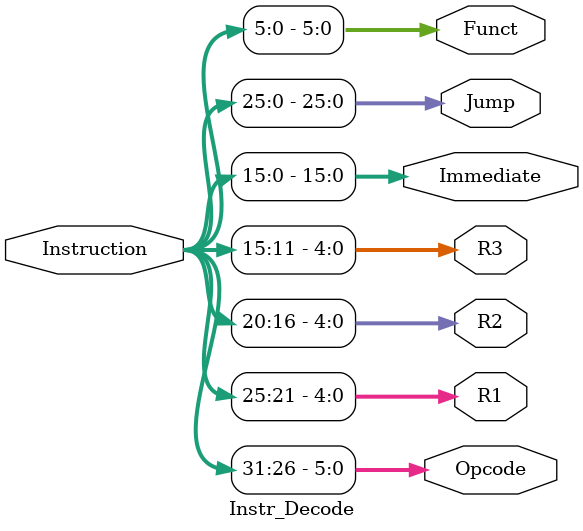
<source format=v>
module Instr_Decode(
	Instruction, Opcode, R1, R2, R3, Immediate, Jump, Funct
    );

input [31:0] Instruction;
output [5:0] Opcode;
output [4:0] R1;
output [4:0] R2;
output [4:0] R3;
output [15:0] Immediate;
output [25:0] Jump;
output [5:0] Funct;

assign Opcode = Instruction [31:26];
assign R1 = Instruction[25:21];
assign R2 = Instruction[20:16];
assign R3 = Instruction[15:11];
assign Immediate = Instruction[15:0];
assign Jump = Instruction[25:0];
assign Funct = Instruction[5:0];





endmodule
</source>
